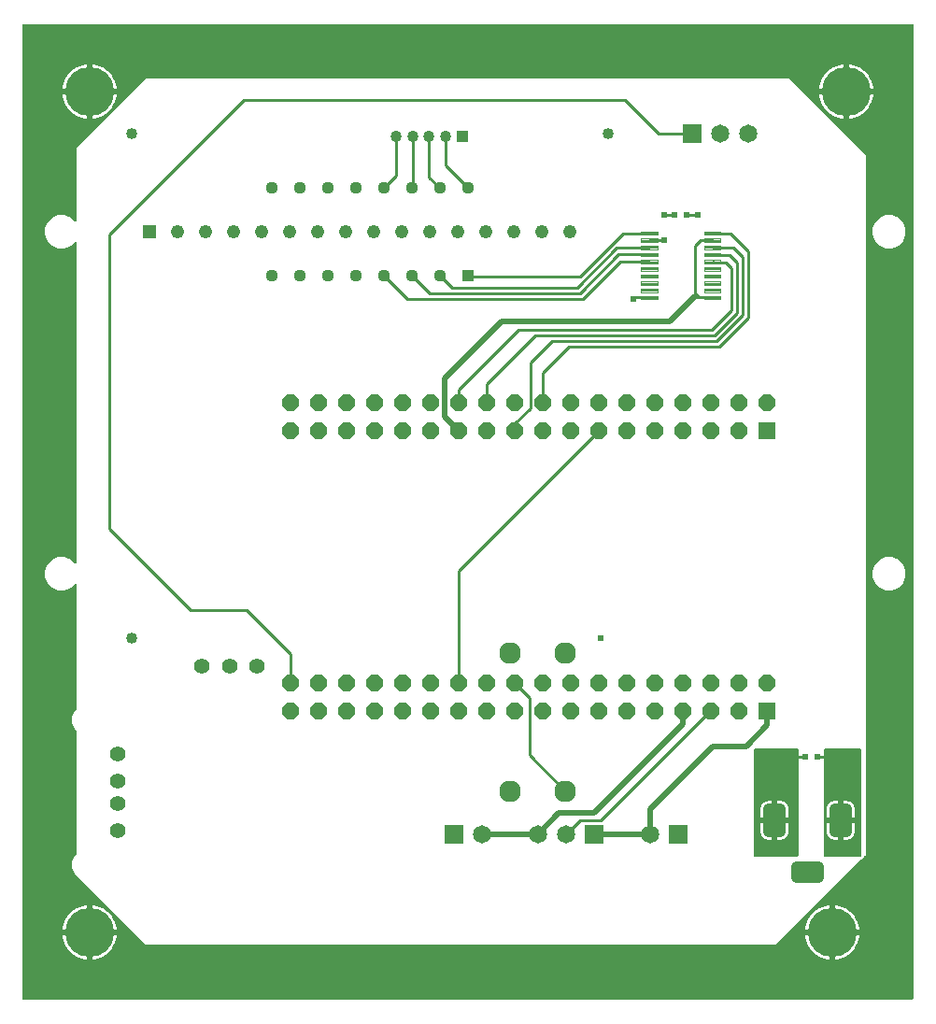
<source format=gbr>
G04 EAGLE Gerber RS-274X export*
G75*
%MOMM*%
%FSLAX34Y34*%
%LPD*%
%INBottom Copper*%
%IPPOS*%
%AMOC8*
5,1,8,0,0,1.08239X$1,22.5*%
G01*
%ADD10R,1.034800X1.034800*%
%ADD11C,1.034800*%
%ADD12C,4.445000*%
%ADD13R,1.524000X1.524000*%
%ADD14P,1.649562X8X202.500000*%
%ADD15C,1.400000*%
%ADD16C,1.960000*%
%ADD17R,1.651000X1.651000*%
%ADD18C,1.651000*%
%ADD19C,0.102500*%
%ADD20R,1.130000X1.130000*%
%ADD21C,1.130000*%
%ADD22C,1.000000*%
%ADD23R,0.609600X0.508000*%
%ADD24R,1.232000X1.232000*%
%ADD25C,1.232000*%
%ADD26C,1.016000*%
%ADD27C,0.254000*%
%ADD28C,0.609600*%
%ADD29C,0.508000*%

G36*
X810244Y885308D02*
X810244Y885308D01*
X810237Y885427D01*
X810224Y885465D01*
X810219Y885506D01*
X810176Y885616D01*
X810139Y885729D01*
X810117Y885764D01*
X810102Y885801D01*
X810033Y885897D01*
X809969Y885998D01*
X809939Y886026D01*
X809916Y886059D01*
X809824Y886135D01*
X809737Y886216D01*
X809702Y886236D01*
X809671Y886261D01*
X809563Y886312D01*
X809459Y886370D01*
X809419Y886380D01*
X809383Y886397D01*
X809266Y886419D01*
X809151Y886449D01*
X809091Y886453D01*
X809071Y886457D01*
X809050Y886455D01*
X808990Y886459D01*
X3810Y886459D01*
X3692Y886444D01*
X3573Y886437D01*
X3535Y886424D01*
X3494Y886419D01*
X3384Y886376D01*
X3271Y886339D01*
X3236Y886317D01*
X3199Y886302D01*
X3103Y886233D01*
X3002Y886169D01*
X2974Y886139D01*
X2941Y886116D01*
X2865Y886024D01*
X2784Y885937D01*
X2764Y885902D01*
X2739Y885871D01*
X2688Y885763D01*
X2630Y885659D01*
X2620Y885619D01*
X2603Y885583D01*
X2581Y885466D01*
X2551Y885351D01*
X2547Y885291D01*
X2543Y885271D01*
X2545Y885250D01*
X2541Y885190D01*
X2541Y3810D01*
X2556Y3692D01*
X2563Y3573D01*
X2576Y3535D01*
X2581Y3494D01*
X2624Y3384D01*
X2661Y3271D01*
X2683Y3236D01*
X2698Y3199D01*
X2767Y3103D01*
X2831Y3002D01*
X2861Y2974D01*
X2884Y2941D01*
X2976Y2865D01*
X3063Y2784D01*
X3098Y2764D01*
X3129Y2739D01*
X3237Y2688D01*
X3341Y2630D01*
X3381Y2620D01*
X3417Y2603D01*
X3534Y2581D01*
X3649Y2551D01*
X3709Y2547D01*
X3729Y2543D01*
X3750Y2545D01*
X3810Y2541D01*
X808990Y2541D01*
X809108Y2556D01*
X809227Y2563D01*
X809265Y2576D01*
X809306Y2581D01*
X809416Y2624D01*
X809529Y2661D01*
X809564Y2683D01*
X809601Y2698D01*
X809697Y2767D01*
X809798Y2831D01*
X809826Y2861D01*
X809859Y2884D01*
X809935Y2976D01*
X810016Y3063D01*
X810036Y3098D01*
X810061Y3129D01*
X810112Y3237D01*
X810170Y3341D01*
X810180Y3381D01*
X810197Y3417D01*
X810219Y3534D01*
X810249Y3649D01*
X810253Y3709D01*
X810257Y3729D01*
X810255Y3750D01*
X810259Y3810D01*
X810259Y885190D01*
X810244Y885308D01*
G37*
%LPC*%
G36*
X52052Y688272D02*
X52052Y688272D01*
X52039Y688411D01*
X52032Y688430D01*
X52029Y688450D01*
X51978Y688579D01*
X51931Y688710D01*
X51920Y688727D01*
X51912Y688745D01*
X51831Y688858D01*
X51753Y688973D01*
X51737Y688986D01*
X51726Y689003D01*
X51618Y689092D01*
X51514Y689183D01*
X51496Y689193D01*
X51481Y689206D01*
X51355Y689265D01*
X51231Y689328D01*
X51211Y689333D01*
X51193Y689341D01*
X51057Y689367D01*
X50921Y689398D01*
X50900Y689397D01*
X50881Y689401D01*
X50742Y689392D01*
X50603Y689388D01*
X50583Y689382D01*
X50563Y689381D01*
X50431Y689338D01*
X50297Y689300D01*
X50280Y689289D01*
X50261Y689283D01*
X50143Y689209D01*
X50023Y689138D01*
X50002Y689119D01*
X49992Y689113D01*
X49978Y689098D01*
X49903Y689032D01*
X46620Y685749D01*
X41092Y683459D01*
X35108Y683459D01*
X29580Y685749D01*
X25349Y689980D01*
X23059Y695508D01*
X23059Y701492D01*
X25349Y707020D01*
X29580Y711251D01*
X35108Y713541D01*
X41092Y713541D01*
X46620Y711251D01*
X49903Y707968D01*
X50012Y707883D01*
X50119Y707794D01*
X50138Y707786D01*
X50154Y707773D01*
X50282Y707718D01*
X50407Y707659D01*
X50427Y707655D01*
X50446Y707647D01*
X50584Y707625D01*
X50720Y707599D01*
X50740Y707600D01*
X50760Y707597D01*
X50899Y707610D01*
X51037Y707619D01*
X51056Y707625D01*
X51076Y707627D01*
X51208Y707674D01*
X51339Y707717D01*
X51357Y707728D01*
X51376Y707735D01*
X51491Y707813D01*
X51608Y707887D01*
X51622Y707902D01*
X51639Y707913D01*
X51731Y708017D01*
X51826Y708119D01*
X51836Y708136D01*
X51849Y708152D01*
X51913Y708275D01*
X51980Y708397D01*
X51985Y708417D01*
X51994Y708435D01*
X52024Y708571D01*
X52059Y708705D01*
X52061Y708733D01*
X52064Y708745D01*
X52063Y708766D01*
X52069Y708866D01*
X52069Y774174D01*
X114826Y836931D01*
X697974Y836931D01*
X767081Y767824D01*
X767081Y133876D01*
X766182Y132977D01*
X766122Y132899D01*
X766054Y132827D01*
X766025Y132774D01*
X765988Y132726D01*
X765948Y132635D01*
X765900Y132549D01*
X765885Y132490D01*
X765861Y132434D01*
X765846Y132336D01*
X765821Y132241D01*
X765815Y132141D01*
X765811Y132120D01*
X765813Y132108D01*
X765811Y132080D01*
X765811Y131772D01*
X763578Y129539D01*
X763270Y129539D01*
X763172Y129527D01*
X763073Y129524D01*
X763015Y129507D01*
X762954Y129499D01*
X762862Y129463D01*
X762767Y129435D01*
X762715Y129405D01*
X762659Y129382D01*
X762579Y129324D01*
X762493Y129274D01*
X762418Y129208D01*
X762401Y129196D01*
X762394Y129186D01*
X762373Y129168D01*
X685274Y52069D01*
X114826Y52069D01*
X54284Y112611D01*
X54277Y112617D01*
X54271Y112624D01*
X54193Y112682D01*
X54151Y112722D01*
X54115Y112742D01*
X54033Y112806D01*
X54024Y112810D01*
X54017Y112815D01*
X53872Y112886D01*
X53847Y112897D01*
X49897Y116847D01*
X47759Y122007D01*
X47759Y127593D01*
X49897Y132753D01*
X51698Y134554D01*
X51758Y134632D01*
X51826Y134704D01*
X51855Y134757D01*
X51892Y134805D01*
X51932Y134896D01*
X51980Y134983D01*
X51995Y135042D01*
X52019Y135097D01*
X52034Y135195D01*
X52059Y135291D01*
X52065Y135391D01*
X52069Y135411D01*
X52067Y135424D01*
X52069Y135452D01*
X52069Y245548D01*
X52057Y245647D01*
X52054Y245746D01*
X52037Y245804D01*
X52029Y245864D01*
X51993Y245956D01*
X51965Y246051D01*
X51935Y246103D01*
X51912Y246160D01*
X51854Y246240D01*
X51804Y246325D01*
X51738Y246400D01*
X51726Y246417D01*
X51716Y246425D01*
X51698Y246446D01*
X49897Y248247D01*
X47759Y253407D01*
X47759Y258993D01*
X49897Y264153D01*
X51698Y265954D01*
X51758Y266032D01*
X51826Y266104D01*
X51855Y266157D01*
X51892Y266205D01*
X51932Y266296D01*
X51980Y266383D01*
X51995Y266442D01*
X52019Y266497D01*
X52034Y266595D01*
X52059Y266691D01*
X52065Y266791D01*
X52069Y266811D01*
X52067Y266824D01*
X52069Y266852D01*
X52069Y378134D01*
X52052Y378272D01*
X52039Y378411D01*
X52032Y378430D01*
X52029Y378450D01*
X51978Y378579D01*
X51931Y378710D01*
X51920Y378727D01*
X51912Y378745D01*
X51831Y378858D01*
X51753Y378973D01*
X51737Y378986D01*
X51726Y379003D01*
X51618Y379092D01*
X51514Y379183D01*
X51496Y379193D01*
X51481Y379206D01*
X51355Y379265D01*
X51231Y379328D01*
X51211Y379333D01*
X51193Y379341D01*
X51057Y379367D01*
X50921Y379398D01*
X50900Y379397D01*
X50881Y379401D01*
X50742Y379392D01*
X50603Y379388D01*
X50583Y379382D01*
X50563Y379381D01*
X50431Y379338D01*
X50297Y379300D01*
X50280Y379289D01*
X50261Y379283D01*
X50143Y379209D01*
X50023Y379138D01*
X50002Y379119D01*
X49992Y379113D01*
X49978Y379098D01*
X49903Y379032D01*
X46620Y375749D01*
X41092Y373459D01*
X35108Y373459D01*
X29580Y375749D01*
X25349Y379980D01*
X23059Y385508D01*
X23059Y391492D01*
X25349Y397020D01*
X29580Y401251D01*
X35108Y403541D01*
X41092Y403541D01*
X46620Y401251D01*
X49903Y397968D01*
X50012Y397883D01*
X50119Y397794D01*
X50138Y397786D01*
X50154Y397773D01*
X50282Y397718D01*
X50407Y397659D01*
X50427Y397655D01*
X50446Y397647D01*
X50584Y397625D01*
X50720Y397599D01*
X50740Y397600D01*
X50760Y397597D01*
X50899Y397610D01*
X51037Y397619D01*
X51056Y397625D01*
X51076Y397627D01*
X51208Y397674D01*
X51339Y397717D01*
X51357Y397728D01*
X51376Y397735D01*
X51491Y397813D01*
X51608Y397887D01*
X51622Y397902D01*
X51639Y397913D01*
X51731Y398017D01*
X51826Y398119D01*
X51836Y398136D01*
X51849Y398152D01*
X51913Y398275D01*
X51980Y398397D01*
X51985Y398417D01*
X51994Y398435D01*
X52024Y398571D01*
X52059Y398705D01*
X52061Y398733D01*
X52064Y398745D01*
X52063Y398766D01*
X52069Y398866D01*
X52069Y688134D01*
X52052Y688272D01*
G37*
%LPD*%
G36*
X704968Y132096D02*
X704968Y132096D01*
X705087Y132103D01*
X705125Y132116D01*
X705166Y132121D01*
X705276Y132164D01*
X705389Y132201D01*
X705424Y132223D01*
X705461Y132238D01*
X705557Y132308D01*
X705658Y132371D01*
X705686Y132401D01*
X705719Y132424D01*
X705795Y132516D01*
X705876Y132603D01*
X705896Y132638D01*
X705921Y132669D01*
X705972Y132777D01*
X706030Y132881D01*
X706040Y132921D01*
X706057Y132957D01*
X706079Y133074D01*
X706109Y133189D01*
X706113Y133250D01*
X706117Y133270D01*
X706115Y133290D01*
X706119Y133350D01*
X706119Y228600D01*
X706104Y228718D01*
X706097Y228837D01*
X706084Y228875D01*
X706079Y228916D01*
X706036Y229026D01*
X705999Y229139D01*
X705977Y229174D01*
X705962Y229211D01*
X705893Y229307D01*
X705829Y229408D01*
X705799Y229436D01*
X705776Y229469D01*
X705684Y229545D01*
X705597Y229626D01*
X705562Y229646D01*
X705531Y229671D01*
X705423Y229722D01*
X705319Y229780D01*
X705279Y229790D01*
X705243Y229807D01*
X705126Y229829D01*
X705011Y229859D01*
X704951Y229863D01*
X704931Y229867D01*
X704910Y229865D01*
X704850Y229869D01*
X666750Y229869D01*
X666632Y229854D01*
X666513Y229847D01*
X666475Y229834D01*
X666434Y229829D01*
X666324Y229786D01*
X666211Y229749D01*
X666176Y229727D01*
X666139Y229712D01*
X666043Y229643D01*
X665942Y229579D01*
X665914Y229549D01*
X665881Y229526D01*
X665806Y229434D01*
X665724Y229347D01*
X665704Y229312D01*
X665679Y229281D01*
X665628Y229173D01*
X665570Y229069D01*
X665560Y229029D01*
X665543Y228993D01*
X665521Y228876D01*
X665491Y228761D01*
X665487Y228701D01*
X665483Y228681D01*
X665485Y228660D01*
X665481Y228600D01*
X665481Y133350D01*
X665496Y133232D01*
X665503Y133113D01*
X665516Y133075D01*
X665521Y133034D01*
X665564Y132924D01*
X665601Y132811D01*
X665623Y132776D01*
X665638Y132739D01*
X665708Y132643D01*
X665771Y132542D01*
X665801Y132514D01*
X665824Y132481D01*
X665916Y132406D01*
X666003Y132324D01*
X666038Y132304D01*
X666069Y132279D01*
X666177Y132228D01*
X666281Y132170D01*
X666321Y132160D01*
X666357Y132143D01*
X666474Y132121D01*
X666589Y132091D01*
X666650Y132087D01*
X666670Y132083D01*
X666690Y132085D01*
X666750Y132081D01*
X704850Y132081D01*
X704968Y132096D01*
G37*
G36*
X762118Y132096D02*
X762118Y132096D01*
X762237Y132103D01*
X762275Y132116D01*
X762316Y132121D01*
X762426Y132164D01*
X762539Y132201D01*
X762574Y132223D01*
X762611Y132238D01*
X762707Y132308D01*
X762808Y132371D01*
X762836Y132401D01*
X762869Y132424D01*
X762945Y132516D01*
X763026Y132603D01*
X763046Y132638D01*
X763071Y132669D01*
X763122Y132777D01*
X763180Y132881D01*
X763190Y132921D01*
X763207Y132957D01*
X763229Y133074D01*
X763259Y133189D01*
X763263Y133250D01*
X763267Y133270D01*
X763265Y133290D01*
X763269Y133350D01*
X763269Y228600D01*
X763254Y228718D01*
X763247Y228837D01*
X763234Y228875D01*
X763229Y228916D01*
X763186Y229026D01*
X763149Y229139D01*
X763127Y229174D01*
X763112Y229211D01*
X763043Y229307D01*
X762979Y229408D01*
X762949Y229436D01*
X762926Y229469D01*
X762834Y229545D01*
X762747Y229626D01*
X762712Y229646D01*
X762681Y229671D01*
X762573Y229722D01*
X762469Y229780D01*
X762429Y229790D01*
X762393Y229807D01*
X762276Y229829D01*
X762161Y229859D01*
X762101Y229863D01*
X762081Y229867D01*
X762060Y229865D01*
X762000Y229869D01*
X730250Y229869D01*
X730132Y229854D01*
X730013Y229847D01*
X729975Y229834D01*
X729934Y229829D01*
X729824Y229786D01*
X729711Y229749D01*
X729676Y229727D01*
X729639Y229712D01*
X729543Y229643D01*
X729442Y229579D01*
X729414Y229549D01*
X729381Y229526D01*
X729306Y229434D01*
X729224Y229347D01*
X729204Y229312D01*
X729179Y229281D01*
X729128Y229173D01*
X729070Y229069D01*
X729060Y229029D01*
X729043Y228993D01*
X729021Y228876D01*
X728991Y228761D01*
X728987Y228701D01*
X728983Y228681D01*
X728985Y228660D01*
X728981Y228600D01*
X728981Y133350D01*
X728996Y133232D01*
X729003Y133113D01*
X729016Y133075D01*
X729021Y133034D01*
X729064Y132924D01*
X729101Y132811D01*
X729123Y132776D01*
X729138Y132739D01*
X729208Y132643D01*
X729271Y132542D01*
X729301Y132514D01*
X729324Y132481D01*
X729416Y132406D01*
X729503Y132324D01*
X729538Y132304D01*
X729569Y132279D01*
X729677Y132228D01*
X729781Y132170D01*
X729821Y132160D01*
X729857Y132143D01*
X729974Y132121D01*
X730089Y132091D01*
X730150Y132087D01*
X730170Y132083D01*
X730190Y132085D01*
X730250Y132081D01*
X762000Y132081D01*
X762118Y132096D01*
G37*
%LPC*%
G36*
X785108Y373459D02*
X785108Y373459D01*
X779580Y375749D01*
X775349Y379980D01*
X773059Y385508D01*
X773059Y391492D01*
X775349Y397020D01*
X779580Y401251D01*
X785108Y403541D01*
X791092Y403541D01*
X796620Y401251D01*
X800851Y397020D01*
X803141Y391492D01*
X803141Y385508D01*
X800851Y379980D01*
X796620Y375749D01*
X791092Y373459D01*
X785108Y373459D01*
G37*
%LPD*%
%LPC*%
G36*
X785108Y683459D02*
X785108Y683459D01*
X779580Y685749D01*
X775349Y689980D01*
X773059Y695508D01*
X773059Y701492D01*
X775349Y707020D01*
X779580Y711251D01*
X785108Y713541D01*
X791092Y713541D01*
X796620Y711251D01*
X800851Y707020D01*
X803141Y701492D01*
X803141Y695508D01*
X800851Y689980D01*
X796620Y685749D01*
X791092Y683459D01*
X785108Y683459D01*
G37*
%LPD*%
%LPC*%
G36*
X746839Y152740D02*
X746839Y152740D01*
X746824Y152858D01*
X746817Y152977D01*
X746804Y153015D01*
X746799Y153056D01*
X746755Y153166D01*
X746719Y153279D01*
X746697Y153314D01*
X746682Y153351D01*
X746612Y153447D01*
X746549Y153548D01*
X746519Y153576D01*
X746495Y153609D01*
X746404Y153685D01*
X746317Y153766D01*
X746282Y153786D01*
X746250Y153811D01*
X746143Y153862D01*
X746039Y153920D01*
X745999Y153930D01*
X745963Y153947D01*
X745846Y153969D01*
X745731Y153999D01*
X745670Y154003D01*
X745650Y154007D01*
X745630Y154005D01*
X745570Y154009D01*
X743030Y154009D01*
X742912Y153994D01*
X742793Y153987D01*
X742755Y153974D01*
X742715Y153969D01*
X742604Y153926D01*
X742491Y153889D01*
X742456Y153867D01*
X742419Y153852D01*
X742323Y153783D01*
X742222Y153719D01*
X742194Y153689D01*
X742161Y153666D01*
X742086Y153574D01*
X742004Y153487D01*
X741984Y153452D01*
X741959Y153421D01*
X741908Y153313D01*
X741850Y153209D01*
X741840Y153169D01*
X741823Y153133D01*
X741801Y153016D01*
X741771Y152901D01*
X741767Y152841D01*
X741763Y152821D01*
X741765Y152800D01*
X741761Y152740D01*
X741761Y147559D01*
X738557Y147559D01*
X737100Y147849D01*
X735728Y148417D01*
X734493Y149243D01*
X733443Y150293D01*
X732617Y151528D01*
X732049Y152900D01*
X731759Y154357D01*
X731759Y162561D01*
X735440Y162561D01*
X735558Y162576D01*
X735677Y162583D01*
X735715Y162596D01*
X735756Y162601D01*
X735866Y162644D01*
X735979Y162681D01*
X736014Y162703D01*
X736051Y162718D01*
X736147Y162788D01*
X736248Y162851D01*
X736276Y162881D01*
X736309Y162905D01*
X736385Y162996D01*
X736466Y163083D01*
X736486Y163118D01*
X736511Y163149D01*
X736562Y163257D01*
X736620Y163361D01*
X736630Y163401D01*
X736647Y163437D01*
X736669Y163554D01*
X736699Y163669D01*
X736703Y163730D01*
X736707Y163750D01*
X736705Y163770D01*
X736709Y163830D01*
X736709Y166370D01*
X736694Y166488D01*
X736687Y166607D01*
X736674Y166645D01*
X736669Y166685D01*
X736626Y166796D01*
X736589Y166909D01*
X736567Y166944D01*
X736552Y166981D01*
X736483Y167077D01*
X736419Y167178D01*
X736389Y167206D01*
X736366Y167238D01*
X736274Y167314D01*
X736187Y167396D01*
X736152Y167415D01*
X736121Y167441D01*
X736013Y167492D01*
X735909Y167549D01*
X735869Y167560D01*
X735833Y167577D01*
X735716Y167599D01*
X735601Y167629D01*
X735541Y167633D01*
X735521Y167637D01*
X735500Y167635D01*
X735440Y167639D01*
X731759Y167639D01*
X731759Y175843D01*
X732049Y177300D01*
X732617Y178672D01*
X733443Y179907D01*
X734493Y180957D01*
X735728Y181783D01*
X737100Y182351D01*
X738557Y182641D01*
X741761Y182641D01*
X741761Y177460D01*
X741776Y177342D01*
X741783Y177223D01*
X741796Y177185D01*
X741801Y177144D01*
X741844Y177034D01*
X741881Y176921D01*
X741903Y176886D01*
X741918Y176849D01*
X741988Y176753D01*
X742051Y176652D01*
X742081Y176624D01*
X742105Y176591D01*
X742196Y176515D01*
X742283Y176434D01*
X742318Y176414D01*
X742349Y176389D01*
X742457Y176338D01*
X742561Y176280D01*
X742601Y176270D01*
X742637Y176253D01*
X742754Y176231D01*
X742869Y176201D01*
X742930Y176197D01*
X742950Y176193D01*
X742970Y176195D01*
X743030Y176191D01*
X745570Y176191D01*
X745688Y176206D01*
X745807Y176213D01*
X745845Y176226D01*
X745885Y176231D01*
X745996Y176274D01*
X746109Y176311D01*
X746144Y176333D01*
X746181Y176348D01*
X746277Y176417D01*
X746378Y176481D01*
X746406Y176511D01*
X746438Y176534D01*
X746514Y176626D01*
X746596Y176713D01*
X746615Y176748D01*
X746641Y176779D01*
X746692Y176887D01*
X746749Y176991D01*
X746760Y177031D01*
X746777Y177067D01*
X746799Y177184D01*
X746829Y177299D01*
X746833Y177359D01*
X746837Y177379D01*
X746835Y177400D01*
X746839Y177460D01*
X746839Y182641D01*
X750043Y182641D01*
X751500Y182351D01*
X752872Y181783D01*
X754107Y180957D01*
X755157Y179907D01*
X755983Y178672D01*
X756551Y177300D01*
X756841Y175843D01*
X756841Y167639D01*
X753160Y167639D01*
X753042Y167624D01*
X752923Y167617D01*
X752885Y167604D01*
X752844Y167599D01*
X752734Y167555D01*
X752621Y167519D01*
X752586Y167497D01*
X752549Y167482D01*
X752453Y167412D01*
X752352Y167349D01*
X752324Y167319D01*
X752291Y167295D01*
X752215Y167204D01*
X752134Y167117D01*
X752114Y167082D01*
X752089Y167050D01*
X752038Y166943D01*
X751980Y166839D01*
X751970Y166799D01*
X751953Y166763D01*
X751931Y166646D01*
X751901Y166531D01*
X751897Y166470D01*
X751893Y166450D01*
X751894Y166436D01*
X751893Y166431D01*
X751894Y166421D01*
X751891Y166370D01*
X751891Y163830D01*
X751906Y163712D01*
X751913Y163593D01*
X751926Y163555D01*
X751931Y163515D01*
X751974Y163404D01*
X752011Y163291D01*
X752033Y163256D01*
X752048Y163219D01*
X752117Y163123D01*
X752181Y163022D01*
X752211Y162994D01*
X752234Y162961D01*
X752326Y162886D01*
X752413Y162804D01*
X752448Y162784D01*
X752479Y162759D01*
X752587Y162708D01*
X752691Y162650D01*
X752731Y162640D01*
X752767Y162623D01*
X752884Y162601D01*
X752999Y162571D01*
X753059Y162567D01*
X753079Y162563D01*
X753100Y162565D01*
X753160Y162561D01*
X756841Y162561D01*
X756841Y154357D01*
X756551Y152900D01*
X755983Y151528D01*
X755157Y150293D01*
X754107Y149243D01*
X752872Y148417D01*
X751500Y147849D01*
X750043Y147559D01*
X746839Y147559D01*
X746839Y152740D01*
G37*
%LPD*%
%LPC*%
G36*
X686839Y152740D02*
X686839Y152740D01*
X686824Y152858D01*
X686817Y152977D01*
X686804Y153015D01*
X686799Y153056D01*
X686755Y153166D01*
X686719Y153279D01*
X686697Y153314D01*
X686682Y153351D01*
X686612Y153447D01*
X686549Y153548D01*
X686519Y153576D01*
X686495Y153609D01*
X686404Y153685D01*
X686317Y153766D01*
X686282Y153786D01*
X686250Y153811D01*
X686143Y153862D01*
X686039Y153920D01*
X685999Y153930D01*
X685963Y153947D01*
X685846Y153969D01*
X685731Y153999D01*
X685670Y154003D01*
X685650Y154007D01*
X685630Y154005D01*
X685570Y154009D01*
X683030Y154009D01*
X682912Y153994D01*
X682793Y153987D01*
X682755Y153974D01*
X682715Y153969D01*
X682604Y153926D01*
X682491Y153889D01*
X682456Y153867D01*
X682419Y153852D01*
X682323Y153783D01*
X682222Y153719D01*
X682194Y153689D01*
X682161Y153666D01*
X682086Y153574D01*
X682004Y153487D01*
X681984Y153452D01*
X681959Y153421D01*
X681908Y153313D01*
X681850Y153209D01*
X681840Y153169D01*
X681823Y153133D01*
X681801Y153016D01*
X681771Y152901D01*
X681767Y152841D01*
X681763Y152821D01*
X681765Y152800D01*
X681761Y152740D01*
X681761Y147559D01*
X678557Y147559D01*
X677100Y147849D01*
X675728Y148417D01*
X674493Y149243D01*
X673443Y150293D01*
X672617Y151528D01*
X672049Y152900D01*
X671759Y154357D01*
X671759Y162561D01*
X675440Y162561D01*
X675558Y162576D01*
X675677Y162583D01*
X675715Y162596D01*
X675756Y162601D01*
X675866Y162644D01*
X675979Y162681D01*
X676014Y162703D01*
X676051Y162718D01*
X676147Y162788D01*
X676248Y162851D01*
X676276Y162881D01*
X676309Y162905D01*
X676385Y162996D01*
X676466Y163083D01*
X676486Y163118D01*
X676511Y163149D01*
X676562Y163257D01*
X676620Y163361D01*
X676630Y163401D01*
X676647Y163437D01*
X676669Y163554D01*
X676699Y163669D01*
X676703Y163730D01*
X676707Y163750D01*
X676705Y163770D01*
X676709Y163830D01*
X676709Y166370D01*
X676694Y166488D01*
X676687Y166607D01*
X676674Y166645D01*
X676669Y166685D01*
X676626Y166796D01*
X676589Y166909D01*
X676567Y166944D01*
X676552Y166981D01*
X676483Y167077D01*
X676419Y167178D01*
X676389Y167206D01*
X676366Y167238D01*
X676274Y167314D01*
X676187Y167396D01*
X676152Y167415D01*
X676121Y167441D01*
X676013Y167492D01*
X675909Y167549D01*
X675869Y167560D01*
X675833Y167577D01*
X675716Y167599D01*
X675601Y167629D01*
X675541Y167633D01*
X675521Y167637D01*
X675500Y167635D01*
X675440Y167639D01*
X671759Y167639D01*
X671759Y175843D01*
X672049Y177300D01*
X672617Y178672D01*
X673443Y179907D01*
X674493Y180957D01*
X675728Y181783D01*
X677100Y182351D01*
X678557Y182641D01*
X681761Y182641D01*
X681761Y177460D01*
X681776Y177342D01*
X681783Y177223D01*
X681796Y177185D01*
X681801Y177144D01*
X681844Y177034D01*
X681881Y176921D01*
X681903Y176886D01*
X681918Y176849D01*
X681988Y176753D01*
X682051Y176652D01*
X682081Y176624D01*
X682105Y176591D01*
X682196Y176515D01*
X682283Y176434D01*
X682318Y176414D01*
X682349Y176389D01*
X682457Y176338D01*
X682561Y176280D01*
X682601Y176270D01*
X682637Y176253D01*
X682754Y176231D01*
X682869Y176201D01*
X682930Y176197D01*
X682950Y176193D01*
X682970Y176195D01*
X683030Y176191D01*
X685570Y176191D01*
X685688Y176206D01*
X685807Y176213D01*
X685845Y176226D01*
X685885Y176231D01*
X685996Y176274D01*
X686109Y176311D01*
X686144Y176333D01*
X686181Y176348D01*
X686277Y176417D01*
X686378Y176481D01*
X686406Y176511D01*
X686438Y176534D01*
X686514Y176626D01*
X686596Y176713D01*
X686615Y176748D01*
X686641Y176779D01*
X686692Y176887D01*
X686749Y176991D01*
X686760Y177031D01*
X686777Y177067D01*
X686799Y177184D01*
X686829Y177299D01*
X686833Y177359D01*
X686837Y177379D01*
X686835Y177400D01*
X686839Y177460D01*
X686839Y182641D01*
X690043Y182641D01*
X691500Y182351D01*
X692872Y181783D01*
X694107Y180957D01*
X695157Y179907D01*
X695983Y178672D01*
X696551Y177300D01*
X696841Y175843D01*
X696841Y167639D01*
X693160Y167639D01*
X693042Y167624D01*
X692923Y167617D01*
X692885Y167604D01*
X692844Y167599D01*
X692734Y167555D01*
X692621Y167519D01*
X692586Y167497D01*
X692549Y167482D01*
X692453Y167412D01*
X692352Y167349D01*
X692324Y167319D01*
X692291Y167295D01*
X692215Y167204D01*
X692134Y167117D01*
X692114Y167082D01*
X692089Y167050D01*
X692038Y166943D01*
X691980Y166839D01*
X691970Y166799D01*
X691953Y166763D01*
X691931Y166646D01*
X691901Y166531D01*
X691897Y166470D01*
X691893Y166450D01*
X691894Y166436D01*
X691893Y166431D01*
X691894Y166421D01*
X691891Y166370D01*
X691891Y163830D01*
X691906Y163712D01*
X691913Y163593D01*
X691926Y163555D01*
X691931Y163515D01*
X691974Y163404D01*
X692011Y163291D01*
X692033Y163256D01*
X692048Y163219D01*
X692117Y163123D01*
X692181Y163022D01*
X692211Y162994D01*
X692234Y162961D01*
X692326Y162886D01*
X692413Y162804D01*
X692448Y162784D01*
X692479Y162759D01*
X692587Y162708D01*
X692691Y162650D01*
X692731Y162640D01*
X692767Y162623D01*
X692884Y162601D01*
X692999Y162571D01*
X693059Y162567D01*
X693079Y162563D01*
X693100Y162565D01*
X693160Y162561D01*
X696841Y162561D01*
X696841Y154357D01*
X696551Y152900D01*
X695983Y151528D01*
X695157Y150293D01*
X694107Y149243D01*
X692872Y148417D01*
X691500Y147849D01*
X690043Y147559D01*
X686839Y147559D01*
X686839Y152740D01*
G37*
%LPD*%
%LPC*%
G36*
X751839Y828039D02*
X751839Y828039D01*
X751839Y850136D01*
X753455Y849954D01*
X756167Y849335D01*
X758792Y848417D01*
X761299Y847210D01*
X763654Y845730D01*
X765829Y843995D01*
X767795Y842029D01*
X769530Y839854D01*
X771010Y837499D01*
X772217Y834992D01*
X773135Y832367D01*
X773754Y829655D01*
X773936Y828039D01*
X751839Y828039D01*
G37*
%LPD*%
%LPC*%
G36*
X739139Y66039D02*
X739139Y66039D01*
X739139Y88136D01*
X740755Y87954D01*
X743467Y87335D01*
X746092Y86417D01*
X748599Y85210D01*
X750954Y83730D01*
X753129Y81995D01*
X755095Y80029D01*
X756830Y77854D01*
X758310Y75499D01*
X759517Y72992D01*
X760435Y70367D01*
X761054Y67655D01*
X761236Y66039D01*
X739139Y66039D01*
G37*
%LPD*%
%LPC*%
G36*
X66039Y828039D02*
X66039Y828039D01*
X66039Y850136D01*
X67655Y849954D01*
X70367Y849335D01*
X72992Y848417D01*
X75499Y847210D01*
X77854Y845730D01*
X80029Y843995D01*
X81995Y842029D01*
X83730Y839854D01*
X85210Y837499D01*
X86417Y834992D01*
X87335Y832367D01*
X87954Y829655D01*
X88136Y828039D01*
X66039Y828039D01*
G37*
%LPD*%
%LPC*%
G36*
X66039Y66039D02*
X66039Y66039D01*
X66039Y88136D01*
X67655Y87954D01*
X70367Y87335D01*
X72992Y86417D01*
X75499Y85210D01*
X77854Y83730D01*
X80029Y81995D01*
X81995Y80029D01*
X83730Y77854D01*
X85210Y75499D01*
X86417Y72992D01*
X87335Y70367D01*
X87954Y67655D01*
X88136Y66039D01*
X66039Y66039D01*
G37*
%LPD*%
%LPC*%
G36*
X739139Y60961D02*
X739139Y60961D01*
X761236Y60961D01*
X761054Y59345D01*
X760435Y56633D01*
X759517Y54008D01*
X758310Y51501D01*
X756830Y49146D01*
X755095Y46971D01*
X753129Y45005D01*
X750954Y43270D01*
X748599Y41790D01*
X746092Y40583D01*
X743467Y39665D01*
X740755Y39046D01*
X739139Y38864D01*
X739139Y60961D01*
G37*
%LPD*%
%LPC*%
G36*
X711964Y66039D02*
X711964Y66039D01*
X712146Y67655D01*
X712765Y70367D01*
X713683Y72992D01*
X714890Y75499D01*
X716370Y77854D01*
X718105Y80029D01*
X720071Y81995D01*
X722246Y83730D01*
X724601Y85210D01*
X727108Y86417D01*
X729733Y87335D01*
X732445Y87954D01*
X734061Y88136D01*
X734061Y66039D01*
X711964Y66039D01*
G37*
%LPD*%
%LPC*%
G36*
X66039Y822961D02*
X66039Y822961D01*
X88136Y822961D01*
X87954Y821345D01*
X87335Y818633D01*
X86417Y816008D01*
X85210Y813501D01*
X83730Y811146D01*
X81995Y808971D01*
X80029Y807005D01*
X77854Y805270D01*
X75499Y803790D01*
X72992Y802583D01*
X70367Y801665D01*
X67655Y801046D01*
X66039Y800864D01*
X66039Y822961D01*
G37*
%LPD*%
%LPC*%
G36*
X751839Y822961D02*
X751839Y822961D01*
X773936Y822961D01*
X773754Y821345D01*
X773135Y818633D01*
X772217Y816008D01*
X771010Y813501D01*
X769530Y811146D01*
X767795Y808971D01*
X765829Y807005D01*
X763654Y805270D01*
X761299Y803790D01*
X758792Y802583D01*
X756167Y801665D01*
X753455Y801046D01*
X751839Y800864D01*
X751839Y822961D01*
G37*
%LPD*%
%LPC*%
G36*
X724664Y828039D02*
X724664Y828039D01*
X724846Y829655D01*
X725465Y832367D01*
X726383Y834992D01*
X727590Y837499D01*
X729070Y839854D01*
X730805Y842029D01*
X732771Y843995D01*
X734946Y845730D01*
X737301Y847210D01*
X739808Y848417D01*
X742433Y849335D01*
X745145Y849954D01*
X746761Y850136D01*
X746761Y828039D01*
X724664Y828039D01*
G37*
%LPD*%
%LPC*%
G36*
X66039Y60961D02*
X66039Y60961D01*
X88136Y60961D01*
X87954Y59345D01*
X87335Y56633D01*
X86417Y54008D01*
X85210Y51501D01*
X83730Y49146D01*
X81995Y46971D01*
X80029Y45005D01*
X77854Y43270D01*
X75499Y41790D01*
X72992Y40583D01*
X70367Y39665D01*
X67655Y39046D01*
X66039Y38864D01*
X66039Y60961D01*
G37*
%LPD*%
%LPC*%
G36*
X38864Y66039D02*
X38864Y66039D01*
X39046Y67655D01*
X39665Y70367D01*
X40583Y72992D01*
X41790Y75499D01*
X43270Y77854D01*
X45005Y80029D01*
X46971Y81995D01*
X49146Y83730D01*
X51501Y85210D01*
X54008Y86417D01*
X56633Y87335D01*
X59345Y87954D01*
X60961Y88136D01*
X60961Y66039D01*
X38864Y66039D01*
G37*
%LPD*%
%LPC*%
G36*
X38864Y828039D02*
X38864Y828039D01*
X39046Y829655D01*
X39665Y832367D01*
X40583Y834992D01*
X41790Y837499D01*
X43270Y839854D01*
X45005Y842029D01*
X46971Y843995D01*
X49146Y845730D01*
X51501Y847210D01*
X54008Y848417D01*
X56633Y849335D01*
X59345Y849954D01*
X60961Y850136D01*
X60961Y828039D01*
X38864Y828039D01*
G37*
%LPD*%
%LPC*%
G36*
X745145Y801046D02*
X745145Y801046D01*
X742433Y801665D01*
X739808Y802583D01*
X737301Y803790D01*
X734946Y805270D01*
X732771Y807005D01*
X730805Y808971D01*
X729070Y811146D01*
X727590Y813501D01*
X726383Y816008D01*
X725465Y818633D01*
X724846Y821345D01*
X724664Y822961D01*
X746761Y822961D01*
X746761Y800864D01*
X745145Y801046D01*
G37*
%LPD*%
%LPC*%
G36*
X59345Y39046D02*
X59345Y39046D01*
X56633Y39665D01*
X54008Y40583D01*
X51501Y41790D01*
X49146Y43270D01*
X46971Y45005D01*
X45005Y46971D01*
X43270Y49146D01*
X41790Y51501D01*
X40583Y54008D01*
X39665Y56633D01*
X39046Y59345D01*
X38864Y60961D01*
X60961Y60961D01*
X60961Y38864D01*
X59345Y39046D01*
G37*
%LPD*%
%LPC*%
G36*
X59345Y801046D02*
X59345Y801046D01*
X56633Y801665D01*
X54008Y802583D01*
X51501Y803790D01*
X49146Y805270D01*
X46971Y807005D01*
X45005Y808971D01*
X43270Y811146D01*
X41790Y813501D01*
X40583Y816008D01*
X39665Y818633D01*
X39046Y821345D01*
X38864Y822961D01*
X60961Y822961D01*
X60961Y800864D01*
X59345Y801046D01*
G37*
%LPD*%
%LPC*%
G36*
X732445Y39046D02*
X732445Y39046D01*
X729733Y39665D01*
X727108Y40583D01*
X724601Y41790D01*
X722246Y43270D01*
X720071Y45005D01*
X718105Y46971D01*
X716370Y49146D01*
X714890Y51501D01*
X713683Y54008D01*
X712765Y56633D01*
X712146Y59345D01*
X711964Y60961D01*
X734061Y60961D01*
X734061Y38864D01*
X732445Y39046D01*
G37*
%LPD*%
%LPC*%
G36*
X63499Y825499D02*
X63499Y825499D01*
X63499Y825501D01*
X63501Y825501D01*
X63501Y825499D01*
X63499Y825499D01*
G37*
%LPD*%
%LPC*%
G36*
X63499Y63499D02*
X63499Y63499D01*
X63499Y63501D01*
X63501Y63501D01*
X63501Y63499D01*
X63499Y63499D01*
G37*
%LPD*%
%LPC*%
G36*
X736599Y63499D02*
X736599Y63499D01*
X736599Y63501D01*
X736601Y63501D01*
X736601Y63499D01*
X736599Y63499D01*
G37*
%LPD*%
%LPC*%
G36*
X749299Y825499D02*
X749299Y825499D01*
X749299Y825501D01*
X749301Y825501D01*
X749301Y825499D01*
X749299Y825499D01*
G37*
%LPD*%
D10*
X401320Y784860D03*
D11*
X386320Y784860D03*
X371320Y784860D03*
X356320Y784860D03*
X341320Y784860D03*
D12*
X63500Y63500D03*
D13*
X677500Y263900D03*
D14*
X677500Y289300D03*
X652100Y263900D03*
X652100Y289300D03*
X626700Y263900D03*
X626700Y289300D03*
X601300Y263900D03*
X601300Y289300D03*
X575900Y263900D03*
X575900Y289300D03*
X550500Y263900D03*
X550500Y289300D03*
X525100Y263900D03*
X525100Y289300D03*
X499700Y263900D03*
X499700Y289300D03*
X474300Y263900D03*
X474300Y289300D03*
X448900Y263900D03*
X448900Y289300D03*
X423500Y263900D03*
X423500Y289300D03*
X398100Y263900D03*
X398100Y289300D03*
X372700Y263900D03*
X372700Y289300D03*
X347300Y263900D03*
X347300Y289300D03*
X321900Y263900D03*
X321900Y289300D03*
X296500Y263900D03*
X296500Y289300D03*
X271100Y263900D03*
X271100Y289300D03*
X245700Y263900D03*
X245700Y289300D03*
D13*
X677500Y517900D03*
D14*
X677500Y543300D03*
X652100Y517900D03*
X652100Y543300D03*
X626700Y517900D03*
X626700Y543300D03*
X601300Y517900D03*
X601300Y543300D03*
X575900Y517900D03*
X575900Y543300D03*
X550500Y517900D03*
X550500Y543300D03*
X525100Y517900D03*
X525100Y543300D03*
X499700Y517900D03*
X499700Y543300D03*
X474300Y517900D03*
X474300Y543300D03*
X448900Y517900D03*
X448900Y543300D03*
X423500Y517900D03*
X423500Y543300D03*
X398100Y517900D03*
X398100Y543300D03*
X372700Y517900D03*
X372700Y543300D03*
X347300Y517900D03*
X347300Y543300D03*
X321900Y517900D03*
X321900Y543300D03*
X296500Y517900D03*
X296500Y543300D03*
X271100Y517900D03*
X271100Y543300D03*
X245700Y517900D03*
X245700Y543300D03*
D15*
X215500Y304800D03*
X190500Y304800D03*
X165500Y304800D03*
D16*
X494900Y191500D03*
X444900Y191500D03*
X444900Y316500D03*
X494900Y316500D03*
D17*
X609600Y787400D03*
D18*
X635000Y787400D03*
X660400Y787400D03*
D19*
X635478Y698808D02*
X620802Y698808D01*
X635478Y698808D02*
X635478Y695732D01*
X620802Y695732D01*
X620802Y698808D01*
X620802Y696706D02*
X635478Y696706D01*
X635478Y697680D02*
X620802Y697680D01*
X620802Y698654D02*
X635478Y698654D01*
X635478Y692308D02*
X620802Y692308D01*
X635478Y692308D02*
X635478Y689232D01*
X620802Y689232D01*
X620802Y692308D01*
X620802Y690206D02*
X635478Y690206D01*
X635478Y691180D02*
X620802Y691180D01*
X620802Y692154D02*
X635478Y692154D01*
X635478Y685808D02*
X620802Y685808D01*
X635478Y685808D02*
X635478Y682732D01*
X620802Y682732D01*
X620802Y685808D01*
X620802Y683706D02*
X635478Y683706D01*
X635478Y684680D02*
X620802Y684680D01*
X620802Y685654D02*
X635478Y685654D01*
X635478Y679308D02*
X620802Y679308D01*
X635478Y679308D02*
X635478Y676232D01*
X620802Y676232D01*
X620802Y679308D01*
X620802Y677206D02*
X635478Y677206D01*
X635478Y678180D02*
X620802Y678180D01*
X620802Y679154D02*
X635478Y679154D01*
X635478Y672808D02*
X620802Y672808D01*
X635478Y672808D02*
X635478Y669732D01*
X620802Y669732D01*
X620802Y672808D01*
X620802Y670706D02*
X635478Y670706D01*
X635478Y671680D02*
X620802Y671680D01*
X620802Y672654D02*
X635478Y672654D01*
X635478Y666308D02*
X620802Y666308D01*
X635478Y666308D02*
X635478Y663232D01*
X620802Y663232D01*
X620802Y666308D01*
X620802Y664206D02*
X635478Y664206D01*
X635478Y665180D02*
X620802Y665180D01*
X620802Y666154D02*
X635478Y666154D01*
X635478Y659808D02*
X620802Y659808D01*
X635478Y659808D02*
X635478Y656732D01*
X620802Y656732D01*
X620802Y659808D01*
X620802Y657706D02*
X635478Y657706D01*
X635478Y658680D02*
X620802Y658680D01*
X620802Y659654D02*
X635478Y659654D01*
X635478Y653308D02*
X620802Y653308D01*
X635478Y653308D02*
X635478Y650232D01*
X620802Y650232D01*
X620802Y653308D01*
X620802Y651206D02*
X635478Y651206D01*
X635478Y652180D02*
X620802Y652180D01*
X620802Y653154D02*
X635478Y653154D01*
X635478Y646808D02*
X620802Y646808D01*
X635478Y646808D02*
X635478Y643732D01*
X620802Y643732D01*
X620802Y646808D01*
X620802Y644706D02*
X635478Y644706D01*
X635478Y645680D02*
X620802Y645680D01*
X620802Y646654D02*
X635478Y646654D01*
X635478Y640308D02*
X620802Y640308D01*
X635478Y640308D02*
X635478Y637232D01*
X620802Y637232D01*
X620802Y640308D01*
X620802Y638206D02*
X635478Y638206D01*
X635478Y639180D02*
X620802Y639180D01*
X620802Y640154D02*
X635478Y640154D01*
X578078Y640308D02*
X563402Y640308D01*
X578078Y640308D02*
X578078Y637232D01*
X563402Y637232D01*
X563402Y640308D01*
X563402Y638206D02*
X578078Y638206D01*
X578078Y639180D02*
X563402Y639180D01*
X563402Y640154D02*
X578078Y640154D01*
X578078Y646808D02*
X563402Y646808D01*
X578078Y646808D02*
X578078Y643732D01*
X563402Y643732D01*
X563402Y646808D01*
X563402Y644706D02*
X578078Y644706D01*
X578078Y645680D02*
X563402Y645680D01*
X563402Y646654D02*
X578078Y646654D01*
X578078Y653308D02*
X563402Y653308D01*
X578078Y653308D02*
X578078Y650232D01*
X563402Y650232D01*
X563402Y653308D01*
X563402Y651206D02*
X578078Y651206D01*
X578078Y652180D02*
X563402Y652180D01*
X563402Y653154D02*
X578078Y653154D01*
X578078Y659808D02*
X563402Y659808D01*
X578078Y659808D02*
X578078Y656732D01*
X563402Y656732D01*
X563402Y659808D01*
X563402Y657706D02*
X578078Y657706D01*
X578078Y658680D02*
X563402Y658680D01*
X563402Y659654D02*
X578078Y659654D01*
X578078Y666308D02*
X563402Y666308D01*
X578078Y666308D02*
X578078Y663232D01*
X563402Y663232D01*
X563402Y666308D01*
X563402Y664206D02*
X578078Y664206D01*
X578078Y665180D02*
X563402Y665180D01*
X563402Y666154D02*
X578078Y666154D01*
X578078Y672808D02*
X563402Y672808D01*
X578078Y672808D02*
X578078Y669732D01*
X563402Y669732D01*
X563402Y672808D01*
X563402Y670706D02*
X578078Y670706D01*
X578078Y671680D02*
X563402Y671680D01*
X563402Y672654D02*
X578078Y672654D01*
X578078Y679308D02*
X563402Y679308D01*
X578078Y679308D02*
X578078Y676232D01*
X563402Y676232D01*
X563402Y679308D01*
X563402Y677206D02*
X578078Y677206D01*
X578078Y678180D02*
X563402Y678180D01*
X563402Y679154D02*
X578078Y679154D01*
X578078Y685808D02*
X563402Y685808D01*
X578078Y685808D02*
X578078Y682732D01*
X563402Y682732D01*
X563402Y685808D01*
X563402Y683706D02*
X578078Y683706D01*
X578078Y684680D02*
X563402Y684680D01*
X563402Y685654D02*
X578078Y685654D01*
X578078Y692308D02*
X563402Y692308D01*
X578078Y692308D02*
X578078Y689232D01*
X563402Y689232D01*
X563402Y692308D01*
X563402Y690206D02*
X578078Y690206D01*
X578078Y691180D02*
X563402Y691180D01*
X563402Y692154D02*
X578078Y692154D01*
X578078Y698808D02*
X563402Y698808D01*
X578078Y698808D02*
X578078Y695732D01*
X563402Y695732D01*
X563402Y698808D01*
X563402Y696706D02*
X578078Y696706D01*
X578078Y697680D02*
X563402Y697680D01*
X563402Y698654D02*
X578078Y698654D01*
D20*
X406400Y658800D03*
D21*
X381000Y658800D03*
X355600Y658800D03*
X330200Y658800D03*
X304800Y658800D03*
X279400Y658800D03*
X254000Y658800D03*
X228600Y658800D03*
X228600Y738200D03*
X254000Y738200D03*
X279400Y738200D03*
X304800Y738200D03*
X330200Y738200D03*
X355600Y738200D03*
X381000Y738200D03*
X406400Y738200D03*
D15*
X88900Y180500D03*
X88900Y200500D03*
X88900Y225500D03*
X88900Y155500D03*
D22*
X679300Y155100D02*
X679300Y175100D01*
X689300Y175100D01*
X689300Y155100D01*
X679300Y155100D01*
X679300Y164600D02*
X689300Y164600D01*
X689300Y174100D02*
X679300Y174100D01*
X739300Y175100D02*
X739300Y155100D01*
X739300Y175100D02*
X749300Y175100D01*
X749300Y155100D01*
X739300Y155100D01*
X739300Y164600D02*
X749300Y164600D01*
X749300Y174100D02*
X739300Y174100D01*
X724300Y123100D02*
X704300Y123100D01*
X724300Y123100D02*
X724300Y113100D01*
X704300Y113100D01*
X704300Y123100D01*
X704300Y122600D02*
X724300Y122600D01*
D23*
X593852Y713740D03*
X605028Y713740D03*
D24*
X117600Y698500D03*
D25*
X143000Y698500D03*
X168400Y698500D03*
X193800Y698500D03*
X219200Y698500D03*
X244600Y698500D03*
X270000Y698500D03*
X295400Y698500D03*
X320800Y698500D03*
X346200Y698500D03*
X371600Y698500D03*
X397000Y698500D03*
X422400Y698500D03*
X447800Y698500D03*
X473200Y698500D03*
X498600Y698500D03*
D17*
X393700Y152400D03*
D18*
X419100Y152400D03*
D17*
X596900Y152400D03*
D18*
X571500Y152400D03*
D17*
X520700Y152400D03*
D18*
X495300Y152400D03*
X469900Y152400D03*
D23*
X711962Y222250D03*
X723138Y222250D03*
D12*
X736600Y63500D03*
X63500Y825500D03*
X749300Y825500D03*
D26*
X101600Y787400D03*
X101600Y330200D03*
X533400Y787400D03*
D27*
X723138Y222250D02*
X736600Y222250D01*
D28*
X736600Y222250D03*
D27*
X570740Y638770D02*
X557490Y638770D01*
X556260Y637540D01*
D28*
X556260Y637540D03*
D27*
X605028Y713740D02*
X614680Y713740D01*
D28*
X614680Y713740D03*
X749300Y222250D03*
X736600Y209550D03*
X749300Y209550D03*
X736600Y196850D03*
X749300Y196850D03*
X736600Y139700D03*
X749300Y139700D03*
D27*
X711962Y222250D02*
X698500Y222250D01*
D28*
X698500Y222250D03*
D27*
X593852Y713740D02*
X584200Y713740D01*
D28*
X584200Y713740D03*
D27*
X570850Y690880D02*
X570740Y690770D01*
X570850Y690880D02*
X584200Y690880D01*
D28*
X584200Y690880D03*
X673100Y209550D03*
X673100Y222250D03*
X673100Y196850D03*
X685800Y209550D03*
X685800Y222250D03*
X698500Y209550D03*
X698500Y196850D03*
X685800Y196850D03*
X673100Y139700D03*
X685800Y139700D03*
X698500Y139700D03*
X527050Y330200D03*
D29*
X398100Y517900D02*
X385400Y530600D01*
X385400Y565740D02*
X436880Y617220D01*
X385400Y565740D02*
X385400Y530600D01*
X436880Y617220D02*
X589280Y617220D01*
X610235Y638175D01*
X612140Y640080D01*
D27*
X617110Y690770D02*
X628140Y690770D01*
X612140Y685800D02*
X612140Y642620D01*
X612140Y640080D01*
X612140Y685800D02*
X617110Y690770D01*
X612140Y642620D02*
X615950Y638810D01*
X610830Y638770D02*
X628140Y638770D01*
X610830Y638770D02*
X610235Y638175D01*
X628780Y696630D02*
X628140Y697270D01*
X628780Y696630D02*
X644490Y696630D01*
X660400Y680720D01*
X660400Y620632D01*
X634129Y594360D02*
X497840Y594360D01*
X474300Y570820D01*
X474300Y543300D01*
X634129Y594360D02*
X660400Y620632D01*
X628780Y677130D02*
X628140Y677770D01*
X628780Y677130D02*
X643670Y677130D01*
X650240Y670560D01*
X650240Y624840D01*
X629920Y604520D01*
X467360Y604520D01*
X423500Y560660D01*
X423500Y543300D01*
X628140Y671270D02*
X628780Y670630D01*
X640010Y670630D01*
X645160Y665480D01*
X645160Y627380D01*
X627380Y609600D01*
X452120Y609600D01*
X398100Y555580D01*
X398100Y543300D01*
X570100Y696630D02*
X570740Y697270D01*
X570100Y696630D02*
X546770Y696630D01*
X508000Y657860D01*
X407340Y657860D01*
X406400Y658800D01*
X570100Y683630D02*
X570740Y684270D01*
X570100Y683630D02*
X541390Y683630D01*
X505460Y647700D02*
X392100Y647700D01*
X505460Y647700D02*
X541390Y683630D01*
X392100Y647700D02*
X381000Y658800D01*
X543150Y677770D02*
X570740Y677770D01*
X371780Y642620D02*
X355600Y658800D01*
X508000Y642620D02*
X543150Y677770D01*
X508000Y642620D02*
X371780Y642620D01*
X351460Y637540D02*
X330200Y658800D01*
X544270Y671270D02*
X570740Y671270D01*
X510540Y637540D02*
X351460Y637540D01*
X510540Y637540D02*
X544270Y671270D01*
X655320Y675640D02*
X655320Y622736D01*
X628780Y683630D02*
X628140Y684270D01*
X628780Y683630D02*
X647330Y683630D01*
X655320Y675640D01*
X632024Y599440D02*
X482600Y599440D01*
X448900Y524596D02*
X448900Y517900D01*
X448900Y524596D02*
X462870Y538566D01*
X462870Y579710D02*
X482600Y599440D01*
X462870Y579710D02*
X462870Y538566D01*
X632024Y599440D02*
X655320Y622736D01*
X609600Y787400D02*
X579120Y787400D01*
X548640Y817880D02*
X203200Y817880D01*
X81280Y695960D01*
X154940Y355600D02*
X205740Y355600D01*
X245700Y315640D01*
X245700Y289300D01*
X579120Y787400D02*
X548640Y817880D01*
X81280Y695960D02*
X81280Y429260D01*
X154940Y355600D01*
X462280Y224120D02*
X494900Y191500D01*
X462280Y275920D02*
X448900Y289300D01*
X462280Y275920D02*
X462280Y224120D01*
X386320Y758280D02*
X386320Y784860D01*
X386320Y758280D02*
X406400Y738200D01*
X371320Y747880D02*
X371320Y784860D01*
X371320Y747880D02*
X381000Y738200D01*
X356320Y738920D02*
X355600Y738200D01*
X356320Y738920D02*
X356320Y784860D01*
X341320Y749320D02*
X330200Y738200D01*
X341320Y749320D02*
X341320Y784860D01*
D29*
X419100Y152400D02*
X469900Y152400D01*
X488950Y171450D01*
X601300Y252050D02*
X601300Y263900D01*
X520700Y171450D02*
X488950Y171450D01*
X520700Y171450D02*
X601300Y252050D01*
D27*
X508000Y165100D02*
X495300Y152400D01*
X625850Y263900D02*
X626700Y263900D01*
X527050Y165100D02*
X508000Y165100D01*
X527050Y165100D02*
X625850Y263900D01*
D29*
X571500Y152400D02*
X520700Y152400D01*
X571500Y152400D02*
X571500Y175260D01*
X677500Y251200D02*
X677500Y263900D01*
X677500Y251200D02*
X658450Y232150D01*
X628390Y232150D01*
X571500Y175260D01*
D27*
X398100Y289300D02*
X398100Y390900D01*
X525100Y517900D01*
M02*

</source>
